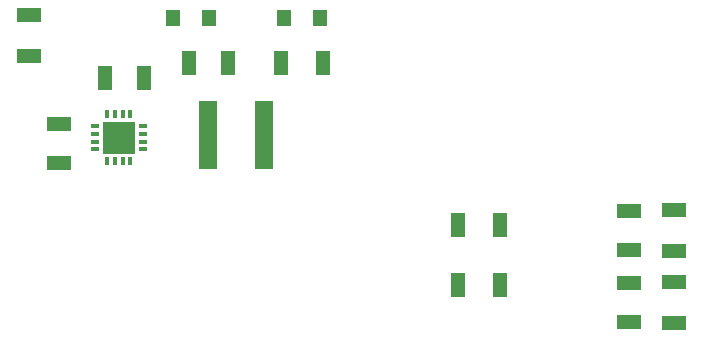
<source format=gtp>
G04 EAGLE Gerber RS-274X export*
G75*
%MOMM*%
%FSLAX34Y34*%
%LPD*%
%INSolderpaste Top*%
%IPPOS*%
%AMOC8*
5,1,8,0,0,1.08239X$1,22.5*%
G01*
%ADD10R,1.270000X2.032000*%
%ADD11R,2.032000X1.270000*%
%ADD12R,0.350000X0.800000*%
%ADD13R,0.800000X0.350000*%
%ADD14R,2.800000X2.800000*%
%ADD15R,2.060000X1.270000*%
%ADD16R,1.270000X2.060000*%
%ADD17R,1.200000X1.400000*%
%ADD18R,1.600200X5.715000*%


D10*
X128270Y368300D03*
X161290Y368300D03*
D11*
X571500Y194310D03*
X571500Y161290D03*
X571500Y222250D03*
X571500Y255270D03*
X88900Y295910D03*
X88900Y328930D03*
D10*
X232410Y381000D03*
X199390Y381000D03*
D12*
X149450Y337500D03*
X142950Y337500D03*
X136450Y337500D03*
X129950Y337500D03*
D13*
X119700Y327250D03*
X119700Y320750D03*
X119700Y314250D03*
X119700Y307750D03*
D12*
X129950Y297500D03*
X136450Y297500D03*
X142950Y297500D03*
X149450Y297500D03*
D13*
X159700Y307750D03*
X159700Y314250D03*
X159700Y320750D03*
X159700Y327250D03*
D14*
X139700Y317500D03*
D15*
X609600Y160250D03*
X609600Y195350D03*
X609600Y221210D03*
X609600Y256310D03*
D16*
X426950Y243840D03*
X462050Y243840D03*
X426950Y193040D03*
X462050Y193040D03*
D17*
X309640Y419100D03*
X279640Y419100D03*
X185660Y419100D03*
X215660Y419100D03*
D15*
X63500Y386310D03*
X63500Y421410D03*
D16*
X277090Y381000D03*
X312190Y381000D03*
D18*
X215260Y320040D03*
X262260Y320040D03*
M02*

</source>
